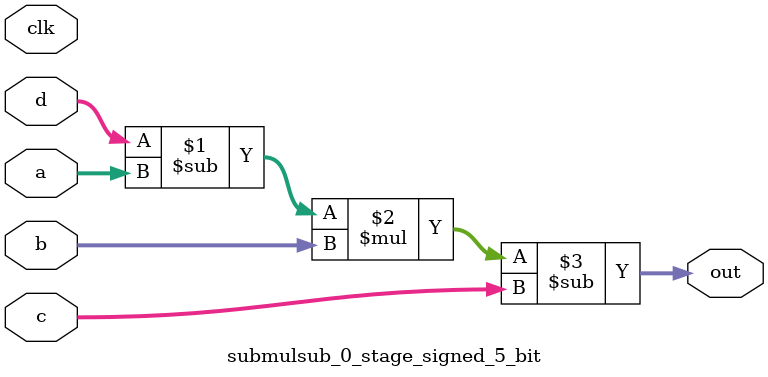
<source format=sv>
(* use_dsp = "yes" *) module submulsub_0_stage_signed_5_bit(
	input signed [4:0] a,
	input signed [4:0] b,
	input signed [4:0] c,
	input signed [4:0] d,
	output [4:0] out,
	input clk);

	assign out = ((d - a) * b) - c;
endmodule

</source>
